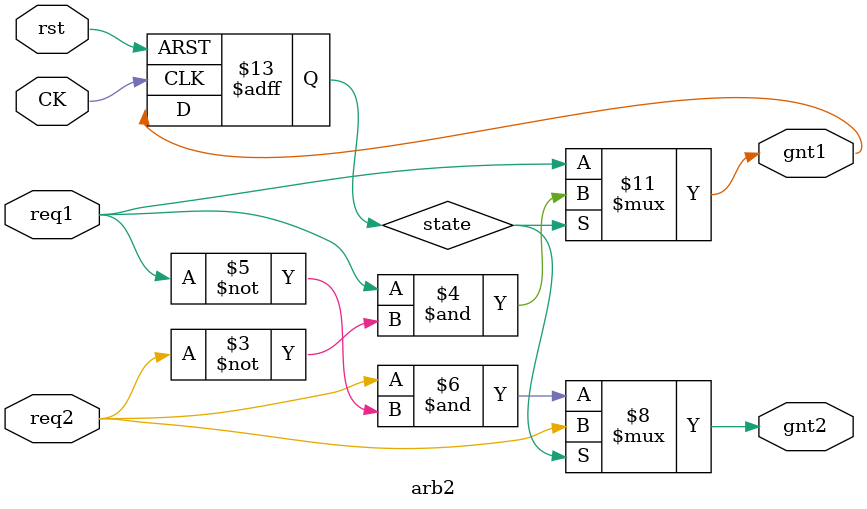
<source format=sv>
module arb2(CK, rst, req1, req2, gnt1, gnt2);

input CK, rst;
input req1, req2;
output gnt1, gnt2;

reg state;
reg gnt1, gnt2;

always @ (posedge CK or posedge rst)
	if (rst)
		state <= 0;
	else
		state <= gnt1;

always @ (*)
	if (state)
	begin
		gnt1 = req1 & ~req2;
		gnt2 = req2;
	end
	else
	begin
		gnt1 = req1;
		gnt2 = req2 & ~req1;
	end

endmodule

</source>
